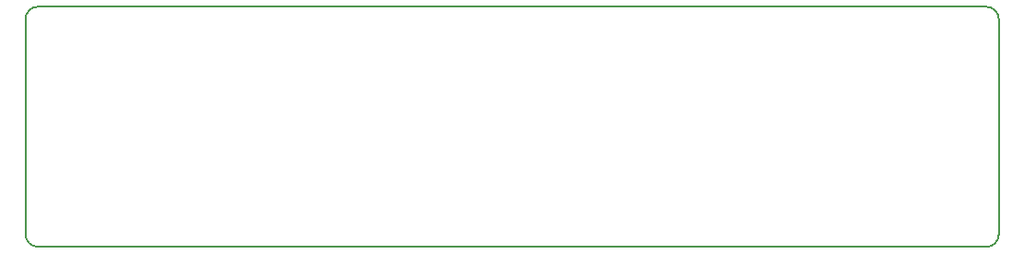
<source format=gbr>
G04 #@! TF.GenerationSoftware,KiCad,Pcbnew,(5.1.12)-1*
G04 #@! TF.CreationDate,2021-12-05T17:59:35+00:00*
G04 #@! TF.ProjectId,RGBtoHDMI Amiga Denise DIP Breakout FFC - CDTV,52474274-6f48-4444-9d49-20416d696761,CDTV*
G04 #@! TF.SameCoordinates,Original*
G04 #@! TF.FileFunction,Profile,NP*
%FSLAX46Y46*%
G04 Gerber Fmt 4.6, Leading zero omitted, Abs format (unit mm)*
G04 Created by KiCad (PCBNEW (5.1.12)-1) date 2021-12-05 17:59:35*
%MOMM*%
%LPD*%
G01*
G04 APERTURE LIST*
G04 #@! TA.AperFunction,Profile*
%ADD10C,0.200000*%
G04 #@! TD*
G04 APERTURE END LIST*
D10*
X74295000Y-69088000D02*
G75*
G02*
X75438000Y-67945000I1143000J0D01*
G01*
X75438000Y-90043000D02*
G75*
G02*
X74295000Y-88900000I0J1143000D01*
G01*
X163703000Y-88900000D02*
G75*
G02*
X162560000Y-90043000I-1143000J0D01*
G01*
X162560000Y-67945000D02*
G75*
G02*
X163703000Y-69088000I0J-1143000D01*
G01*
X162560000Y-90043000D02*
X75438000Y-90043000D01*
X163703000Y-69088000D02*
X163703000Y-88900000D01*
X162560000Y-67945000D02*
X75438000Y-67945000D01*
X74295000Y-69088000D02*
X74295000Y-88900000D01*
M02*

</source>
